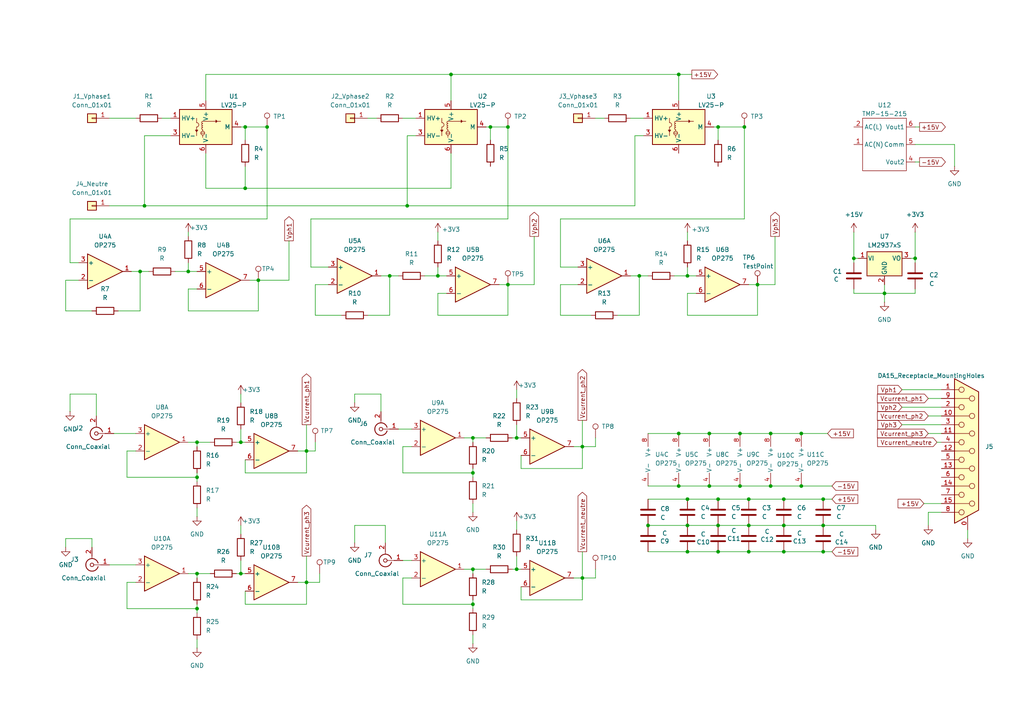
<source format=kicad_sch>
(kicad_sch (version 20231120) (generator "eeschema") (generator_version "8.0")
  (paper "A4")
  (lib_symbols
    (symbol "Amplifier_Operational:OP275" (pin_names (offset 0.127))
      (property "Reference" "U" (at 0 5.08 0))
      (property "Value" "OP275" (at 0 -5.08 0))
      (symbol "OP275_1_1"
        (pin output line (at 7.62 0 180) (length 2.54) (name "~") (number "1"))
        (pin input line (at -7.62 -2.54 0) (length 2.54) (name "-") (number "2"))
        (pin input line (at -7.62 2.54 0) (length 2.54) (name "+") (number "3"))
      )
      (symbol "OP275_2_1"
        (pin input line (at -7.62 2.54 0) (length 2.54) (name "+") (number "5"))
        (pin input line (at -7.62 -2.54 0) (length 2.54) (name "-") (number "6"))
        (pin output line (at 7.62 0 180) (length 2.54) (name "~") (number "7"))
      )
      (symbol "OP275_3_1"
        (pin power_in line (at -2.54 -7.62 90) (length 3.81) (name "V-") (number "4"))
        (pin power_in line (at -2.54 7.62 270) (length 3.81) (name "V+") (number "8"))
      )
    )
    (symbol "Connector:Conn_Coaxial" (pin_names (offset 1.016) hide)
      (property "Reference" "J" (at 0.254 3.048 0))
      (property "Value" "Conn_Coaxial" (at 2.921 0 90))
      (symbol "Conn_Coaxial_1_1"
        (pin passive line (at -5.08 0 0) (length 2.54) (name "In") (number "1"))
        (pin passive line (at 0 -5.08 90) (length 2.54) (name "Ext") (number "2"))
      )
    )
    (symbol "Connector:DA15_Receptacle_MountingHoles" (pin_names (offset 1.016) hide)
      (property "Reference" "J" (at 0 24.13 0))
      (property "Value" "DA15_Receptacle_MountingHoles" (at 0 22.225 0))
      (symbol "DA15_Receptacle_MountingHoles_1_1"
        (pin passive line (at 0 -22.86 90) (length 3.81) (name "PAD") (number "0"))
        (pin passive line (at -7.62 17.78 0) (length 3.81) (name "1") (number "1"))
        (pin passive line (at -7.62 10.16 0) (length 3.81) (name "P10") (number "10"))
        (pin passive line (at -7.62 5.08 0) (length 3.81) (name "P111") (number "11"))
        (pin passive line (at -7.62 0 0) (length 3.81) (name "P12") (number "12"))
        (pin passive line (at -7.62 -5.08 0) (length 3.81) (name "P13") (number "13"))
        (pin passive line (at -7.62 -10.16 0) (length 3.81) (name "P14") (number "14"))
        (pin passive line (at -7.62 -15.24 0) (length 3.81) (name "P15") (number "15"))
        (pin passive line (at -7.62 12.7 0) (length 3.81) (name "2") (number "2"))
        (pin passive line (at -7.62 7.62 0) (length 3.81) (name "3") (number "3"))
        (pin passive line (at -7.62 2.54 0) (length 3.81) (name "4") (number "4"))
        (pin passive line (at -7.62 -2.54 0) (length 3.81) (name "5") (number "5"))
        (pin passive line (at -7.62 -7.62 0) (length 3.81) (name "6") (number "6"))
        (pin passive line (at -7.62 -12.7 0) (length 3.81) (name "7") (number "7"))
        (pin passive line (at -7.62 -17.78 0) (length 3.81) (name "8") (number "8"))
        (pin passive line (at -7.62 15.24 0) (length 3.81) (name "P9") (number "9"))
      )
    )
    (symbol "Connector:TestPoint" (pin_numbers hide) (pin_names (offset 0.762) hide)
      (property "Reference" "TP" (at 0 6.858 0))
      (property "Value" "TestPoint" (at 0 5.08 0))
      (symbol "TestPoint_1_1"
        (pin passive line (at 0 0 90) (length 2.54) (name "1") (number "1"))
      )
    )
    (symbol "Connector_Generic:Conn_01x01" (pin_names (offset 1.016) hide)
      (property "Reference" "J" (at 0 2.54 0))
      (property "Value" "Conn_01x01" (at 0 -2.54 0))
      (symbol "Conn_01x01_1_1"
        (pin passive line (at -5.08 0 0) (length 3.81) (name "Pin_1") (number "1"))
      )
    )
    (symbol "Device:C" (pin_numbers hide) (pin_names (offset 0.254))
      (property "Reference" "C" (at 0.635 2.54 0))
      (property "Value" "C" (at 0.635 -2.54 0))
      (symbol "C_1_1"
        (pin passive line (at 0 3.81 270) (length 2.794) (name "~") (number "1"))
        (pin passive line (at 0 -3.81 90) (length 2.794) (name "~") (number "2"))
      )
    )
    (symbol "Device:R" (pin_numbers hide) (pin_names (offset 0))
      (property "Reference" "R" (at 2.032 0 90))
      (property "Value" "R" (at 0 0 90))
      (symbol "R_1_1"
        (pin passive line (at 0 3.81 270) (length 1.27) (name "~") (number "1"))
        (pin passive line (at 0 -3.81 90) (length 1.27) (name "~") (number "2"))
      )
    )
    (symbol "New_Library.kicad_Traco_sym:TMP-15-215"
      (property "Reference" "U" (at 0 0 0))
      (symbol "TMP-15-215_1_1"
        (pin input line (at -8.89 -8.89 0) (length 2.54) (name "AC(N)") (number "1"))
        (pin input line (at -8.89 -3.81 0) (length 2.54) (name "AC(L)") (number "2"))
        (pin output line (at 8.89 -13.97 180) (length 2.54) (name "Vout2") (number "4"))
        (pin output line (at 8.89 -8.89 180) (length 2.54) (name "Comm") (number "5"))
        (pin output line (at 8.89 -3.81 180) (length 2.54) (name "Vout1") (number "6"))
      )
    )
    (symbol "Regulator_Linear:LM2937xS" (pin_names (offset 0.254))
      (property "Reference" "U" (at -3.81 3.175 0))
      (property "Value" "LM2937xS" (at 0 3.175 0))
      (symbol "LM2937xS_1_1"
        (pin power_in line (at -7.62 0 0) (length 2.54) (name "VI") (number "1"))
        (pin power_in line (at 0 -7.62 90) (length 2.54) (name "GND") (number "2"))
        (pin power_out line (at 7.62 0 180) (length 2.54) (name "VO") (number "3"))
      )
    )
    (symbol "Sensor_Voltage:LV25-P"
      (property "Reference" "U" (at -6.35 6.35 0))
      (property "Value" "LV25-P" (at 5.08 6.35 0))
      (symbol "LV25-P_1_1"
        (pin input line (at -10.16 2.54 0) (length 2.54) (name "HV+") (number "1"))
        (pin input line (at -10.16 -2.54 0) (length 2.54) (name "HV-") (number "3"))
        (pin output line (at 10.16 0 180) (length 2.54) (name "M") (number "4"))
        (pin power_in line (at 0 7.62 270) (length 2.54) (name "V+") (number "5"))
        (pin power_in line (at 0 -7.62 90) (length 2.54) (name "V-") (number "6"))
      )
    )
    (symbol "power:+15V" (power) (pin_numbers hide) (pin_names (offset 0) hide)
      (property "Value" "+15V" (at 0 3.556 0))
      (symbol "+15V_1_1"
        (pin power_in line (at 0 0 90) (length 0) (name "~") (number "1"))
      )
    )
    (symbol "power:+3V3" (power) (pin_numbers hide) (pin_names (offset 0) hide)
      (property "Value" "+3V3" (at 0 3.556 0))
      (symbol "+3V3_1_1"
        (pin power_in line (at 0 0 90) (length 0) (name "~") (number "1"))
      )
    )
    (symbol "power:GND" (power) (pin_numbers hide) (pin_names (offset 0) hide)
      (property "Value" "GND" (at 0 -3.81 0))
      (symbol "GND_1_1"
        (pin power_in line (at 0 0 270) (length 0) (name "~") (number "1"))
      )
    )
  )
  (junction (at 199.39 144.78))
  (junction (at 57.15 166.37))
  (junction (at 113.03 80.01))
  (junction (at 238.76 144.78))
  (junction (at 147.32 36.83))
  (junction (at 88.9 130.81))
  (junction (at 149.86 127))
  (junction (at 205.74 125.73))
  (junction (at 208.28 160.02))
  (junction (at 54.61 78.74))
  (junction (at 199.39 160.02))
  (junction (at 69.85 128.27))
  (junction (at 118.11 59.69))
  (junction (at 137.16 175.26))
  (junction (at 223.52 125.73))
  (junction (at 41.91 59.69))
  (junction (at 223.52 140.97))
  (junction (at 187.96 152.4))
  (junction (at 217.17 152.4))
  (junction (at 137.16 137.16))
  (junction (at 168.91 129.54))
  (junction (at 40.64 78.74))
  (junction (at 238.76 160.02))
  (junction (at 71.12 36.83))
  (junction (at 208.28 152.4))
  (junction (at 227.33 152.4))
  (junction (at 238.76 152.4))
  (junction (at 247.65 74.93))
  (junction (at 57.15 128.27))
  (junction (at 232.41 125.73))
  (junction (at 196.85 140.97))
  (junction (at 208.28 36.83))
  (junction (at 168.91 167.64))
  (junction (at 214.63 125.73))
  (junction (at 227.33 160.02))
  (junction (at 69.85 166.37))
  (junction (at 196.85 125.73))
  (junction (at 217.17 144.78))
  (junction (at 71.12 54.61))
  (junction (at 205.74 140.97))
  (junction (at 127 80.01))
  (junction (at 57.15 176.53))
  (junction (at 199.39 152.4))
  (junction (at 137.16 165.1))
  (junction (at 137.16 127))
  (junction (at 199.39 80.01))
  (junction (at 232.41 140.97))
  (junction (at 214.63 140.97))
  (junction (at 74.93 81.28))
  (junction (at 77.47 36.83))
  (junction (at 185.42 80.01))
  (junction (at 130.81 21.59))
  (junction (at 215.9 36.83))
  (junction (at 147.32 82.55))
  (junction (at 256.54 85.09))
  (junction (at 227.33 144.78))
  (junction (at 88.9 168.91))
  (junction (at 219.71 82.55))
  (junction (at 57.15 138.43))
  (junction (at 142.24 36.83))
  (junction (at 208.28 144.78))
  (junction (at 265.43 74.93))
  (junction (at 196.85 21.59))
  (junction (at 217.17 160.02))
  (junction (at 149.86 165.1))
  (wire (pts (xy 83.82 69.85) (xy 83.82 81.28)))
  (wire (pts (xy 149.86 123.19) (xy 149.86 127)))
  (wire (pts (xy 151.13 135.89) (xy 168.91 135.89)))
  (wire (pts (xy 130.81 21.59) (xy 196.85 21.59)))
  (wire (pts (xy 208.28 144.78) (xy 217.17 144.78)))
  (wire (pts (xy 269.24 120.65) (xy 273.05 120.65)))
  (wire (pts (xy 137.16 137.16) (xy 137.16 135.89)))
  (wire (pts (xy 254 152.4) (xy 254 153.67)))
  (wire (pts (xy 199.39 80.01) (xy 201.93 80.01)))
  (wire (pts (xy 269.24 115.57) (xy 273.05 115.57)))
  (wire (pts (xy 88.9 123.19) (xy 88.9 130.81)))
  (wire (pts (xy 217.17 160.02) (xy 227.33 160.02)))
  (wire (pts (xy 269.24 148.59) (xy 273.05 148.59)))
  (wire (pts (xy 116.84 34.29) (xy 120.65 34.29)))
  (wire (pts (xy 57.15 138.43) (xy 57.15 137.16)))
  (wire (pts (xy 102.87 114.3) (xy 110.49 114.3)))
  (wire (pts (xy 179.07 91.44) (xy 185.42 91.44)))
  (wire (pts (xy 74.93 81.28) (xy 72.39 81.28)))
  (wire (pts (xy 71.12 175.26) (xy 88.9 175.26)))
  (wire (pts (xy 113.03 80.01) (xy 115.57 80.01)))
  (wire (pts (xy 39.37 168.91) (xy 36.83 168.91)))
  (wire (pts (xy 214.63 140.97) (xy 223.52 140.97)))
  (wire (pts (xy 19.05 156.21) (xy 26.67 156.21)))
  (wire (pts (xy 134.62 127) (xy 137.16 127)))
  (wire (pts (xy 142.24 36.83) (xy 142.24 40.64)))
  (wire (pts (xy 69.85 162.56) (xy 69.85 166.37)))
  (wire (pts (xy 91.44 128.27) (xy 91.44 130.81)))
  (wire (pts (xy 59.69 29.21) (xy 59.69 21.59)))
  (wire (pts (xy 184.15 59.69) (xy 184.15 39.37)))
  (wire (pts (xy 208.28 36.83) (xy 208.28 40.64)))
  (wire (pts (xy 264.16 74.93) (xy 265.43 74.93)))
  (wire (pts (xy 92.71 166.37) (xy 92.71 168.91)))
  (wire (pts (xy 199.39 144.78) (xy 208.28 144.78)))
  (wire (pts (xy 20.32 114.3) (xy 20.32 119.38)))
  (wire (pts (xy 113.03 91.44) (xy 113.03 80.01)))
  (wire (pts (xy 110.49 119.38) (xy 110.49 114.3)))
  (wire (pts (xy 71.12 137.16) (xy 88.9 137.16)))
  (wire (pts (xy 36.83 130.81) (xy 36.83 138.43)))
  (wire (pts (xy 168.91 167.64) (xy 166.37 167.64)))
  (wire (pts (xy 256.54 85.09) (xy 265.43 85.09)))
  (wire (pts (xy 265.43 46.99) (xy 266.7 46.99)))
  (wire (pts (xy 185.42 91.44) (xy 185.42 80.01)))
  (wire (pts (xy 54.61 76.2) (xy 54.61 78.74)))
  (wire (pts (xy 36.83 176.53) (xy 57.15 176.53)))
  (wire (pts (xy 57.15 83.82) (xy 54.61 83.82)))
  (wire (pts (xy 26.67 156.21) (xy 26.67 158.75)))
  (wire (pts (xy 41.91 59.69) (xy 118.11 59.69)))
  (wire (pts (xy 208.28 36.83) (xy 215.9 36.83)))
  (wire (pts (xy 57.15 185.42) (xy 57.15 187.96)))
  (wire (pts (xy 137.16 165.1) (xy 137.16 166.37)))
  (wire (pts (xy 20.32 63.5) (xy 77.47 63.5)))
  (wire (pts (xy 208.28 160.02) (xy 217.17 160.02)))
  (wire (pts (xy 110.49 80.01) (xy 113.03 80.01)))
  (wire (pts (xy 256.54 82.55) (xy 256.54 85.09)))
  (wire (pts (xy 205.74 125.73) (xy 214.63 125.73)))
  (wire (pts (xy 71.12 133.35) (xy 71.12 137.16)))
  (wire (pts (xy 149.86 151.13) (xy 149.86 153.67)))
  (wire (pts (xy 57.15 147.32) (xy 57.15 149.86)))
  (wire (pts (xy 90.17 77.47) (xy 90.17 63.5)))
  (wire (pts (xy 265.43 74.93) (xy 265.43 76.2)))
  (wire (pts (xy 167.64 82.55) (xy 162.56 82.55)))
  (wire (pts (xy 217.17 152.4) (xy 227.33 152.4)))
  (wire (pts (xy 247.65 67.31) (xy 247.65 74.93)))
  (wire (pts (xy 196.85 21.59) (xy 196.85 29.21)))
  (wire (pts (xy 187.96 125.73) (xy 196.85 125.73)))
  (wire (pts (xy 265.43 67.31) (xy 265.43 74.93)))
  (wire (pts (xy 90.17 77.47) (xy 95.25 77.47)))
  (wire (pts (xy 199.39 152.4) (xy 208.28 152.4)))
  (wire (pts (xy 57.15 128.27) (xy 57.15 129.54)))
  (wire (pts (xy 207.01 36.83) (xy 208.28 36.83)))
  (wire (pts (xy 261.62 113.03) (xy 273.05 113.03)))
  (wire (pts (xy 57.15 128.27) (xy 60.96 128.27)))
  (wire (pts (xy 276.86 41.91) (xy 265.43 41.91)))
  (wire (pts (xy 232.41 140.97) (xy 241.3 140.97)))
  (wire (pts (xy 162.56 91.44) (xy 162.56 82.55)))
  (wire (pts (xy 71.12 48.26) (xy 71.12 54.61)))
  (wire (pts (xy 69.85 36.83) (xy 71.12 36.83)))
  (wire (pts (xy 19.05 158.75) (xy 19.05 156.21)))
  (wire (pts (xy 111.76 152.4) (xy 111.76 157.48)))
  (wire (pts (xy 162.56 63.5) (xy 162.56 77.47)))
  (wire (pts (xy 31.75 163.83) (xy 39.37 163.83)))
  (wire (pts (xy 172.72 127) (xy 172.72 129.54)))
  (wire (pts (xy 88.9 137.16) (xy 88.9 130.81)))
  (wire (pts (xy 214.63 125.73) (xy 223.52 125.73)))
  (wire (pts (xy 123.19 80.01) (xy 127 80.01)))
  (wire (pts (xy 69.85 128.27) (xy 68.58 128.27)))
  (wire (pts (xy 215.9 36.83) (xy 215.9 63.5)))
  (wire (pts (xy 269.24 152.4) (xy 269.24 148.59)))
  (wire (pts (xy 195.58 80.01) (xy 199.39 80.01)))
  (wire (pts (xy 199.39 91.44) (xy 219.71 91.44)))
  (wire (pts (xy 116.84 137.16) (xy 137.16 137.16)))
  (wire (pts (xy 227.33 152.4) (xy 238.76 152.4)))
  (wire (pts (xy 91.44 130.81) (xy 88.9 130.81)))
  (wire (pts (xy 238.76 152.4) (xy 254 152.4)))
  (wire (pts (xy 196.85 21.59) (xy 200.66 21.59)))
  (wire (pts (xy 19.05 81.28) (xy 19.05 90.17)))
  (wire (pts (xy 19.05 90.17) (xy 26.67 90.17)))
  (wire (pts (xy 31.75 34.29) (xy 39.37 34.29)))
  (wire (pts (xy 40.64 78.74) (xy 43.18 78.74)))
  (wire (pts (xy 205.74 140.97) (xy 214.63 140.97)))
  (wire (pts (xy 149.86 161.29) (xy 149.86 165.1)))
  (wire (pts (xy 40.64 90.17) (xy 40.64 78.74)))
  (wire (pts (xy 196.85 125.73) (xy 205.74 125.73)))
  (wire (pts (xy 27.94 114.3) (xy 27.94 120.65)))
  (wire (pts (xy 261.62 118.11) (xy 273.05 118.11)))
  (wire (pts (xy 172.72 167.64) (xy 168.91 167.64)))
  (wire (pts (xy 69.85 152.4) (xy 69.85 154.94)))
  (wire (pts (xy 102.87 152.4) (xy 111.76 152.4)))
  (wire (pts (xy 71.12 54.61) (xy 130.81 54.61)))
  (wire (pts (xy 88.9 130.81) (xy 86.36 130.81)))
  (wire (pts (xy 168.91 129.54) (xy 166.37 129.54)))
  (wire (pts (xy 149.86 165.1) (xy 151.13 165.1)))
  (wire (pts (xy 116.84 167.64) (xy 116.84 175.26)))
  (wire (pts (xy 137.16 137.16) (xy 137.16 138.43)))
  (wire (pts (xy 127 77.47) (xy 127 80.01)))
  (wire (pts (xy 147.32 36.83) (xy 142.24 36.83)))
  (wire (pts (xy 227.33 144.78) (xy 238.76 144.78)))
  (wire (pts (xy 57.15 138.43) (xy 57.15 139.7)))
  (wire (pts (xy 69.85 166.37) (xy 71.12 166.37)))
  (wire (pts (xy 91.44 82.55) (xy 91.44 91.44)))
  (wire (pts (xy 134.62 165.1) (xy 137.16 165.1)))
  (wire (pts (xy 54.61 128.27) (xy 57.15 128.27)))
  (wire (pts (xy 223.52 125.73) (xy 232.41 125.73)))
  (wire (pts (xy 182.88 34.29) (xy 186.69 34.29)))
  (wire (pts (xy 227.33 160.02) (xy 238.76 160.02)))
  (wire (pts (xy 59.69 21.59) (xy 130.81 21.59)))
  (wire (pts (xy 95.25 82.55) (xy 91.44 82.55)))
  (wire (pts (xy 20.32 114.3) (xy 27.94 114.3)))
  (wire (pts (xy 69.85 166.37) (xy 68.58 166.37)))
  (wire (pts (xy 280.67 153.67) (xy 280.67 156.21)))
  (wire (pts (xy 50.8 78.74) (xy 54.61 78.74)))
  (wire (pts (xy 129.54 85.09) (xy 127 85.09)))
  (wire (pts (xy 118.11 59.69) (xy 118.11 39.37)))
  (wire (pts (xy 74.93 90.17) (xy 74.93 81.28)))
  (wire (pts (xy 199.39 77.47) (xy 199.39 80.01)))
  (wire (pts (xy 69.85 128.27) (xy 71.12 128.27)))
  (wire (pts (xy 276.86 48.26) (xy 276.86 41.91)))
  (wire (pts (xy 71.12 36.83) (xy 77.47 36.83)))
  (wire (pts (xy 119.38 129.54) (xy 116.84 129.54)))
  (wire (pts (xy 137.16 175.26) (xy 137.16 176.53)))
  (wire (pts (xy 88.9 168.91) (xy 86.36 168.91)))
  (wire (pts (xy 102.87 114.3) (xy 102.87 116.84)))
  (wire (pts (xy 147.32 91.44) (xy 147.32 82.55)))
  (wire (pts (xy 149.86 165.1) (xy 148.59 165.1)))
  (wire (pts (xy 46.99 34.29) (xy 49.53 34.29)))
  (wire (pts (xy 247.65 85.09) (xy 256.54 85.09)))
  (wire (pts (xy 36.83 138.43) (xy 57.15 138.43)))
  (wire (pts (xy 54.61 166.37) (xy 57.15 166.37)))
  (wire (pts (xy 137.16 184.15) (xy 137.16 186.69)))
  (wire (pts (xy 256.54 85.09) (xy 256.54 87.63)))
  (wire (pts (xy 137.16 127) (xy 140.97 127)))
  (wire (pts (xy 232.41 125.73) (xy 240.03 125.73)))
  (wire (pts (xy 77.47 63.5) (xy 77.47 36.83)))
  (wire (pts (xy 147.32 63.5) (xy 147.32 36.83)))
  (wire (pts (xy 151.13 170.18) (xy 151.13 173.99)))
  (wire (pts (xy 149.86 127) (xy 151.13 127)))
  (wire (pts (xy 151.13 132.08) (xy 151.13 135.89)))
  (wire (pts (xy 20.32 76.2) (xy 22.86 76.2)))
  (wire (pts (xy 162.56 77.47) (xy 167.64 77.47)))
  (wire (pts (xy 33.02 125.73) (xy 39.37 125.73)))
  (wire (pts (xy 137.16 146.05) (xy 137.16 148.59)))
  (wire (pts (xy 137.16 165.1) (xy 140.97 165.1)))
  (wire (pts (xy 90.17 63.5) (xy 147.32 63.5)))
  (wire (pts (xy 238.76 160.02) (xy 241.3 160.02)))
  (wire (pts (xy 127 85.09) (xy 127 91.44)))
  (wire (pts (xy 187.96 144.78) (xy 199.39 144.78)))
  (wire (pts (xy 69.85 124.46) (xy 69.85 128.27)))
  (wire (pts (xy 149.86 113.03) (xy 149.86 115.57)))
  (wire (pts (xy 140.97 36.83) (xy 142.24 36.83)))
  (wire (pts (xy 39.37 130.81) (xy 36.83 130.81)))
  (wire (pts (xy 36.83 168.91) (xy 36.83 176.53)))
  (wire (pts (xy 57.15 166.37) (xy 60.96 166.37)))
  (wire (pts (xy 149.86 127) (xy 148.59 127)))
  (wire (pts (xy 102.87 157.48) (xy 102.87 152.4)))
  (wire (pts (xy 54.61 83.82) (xy 54.61 90.17)))
  (wire (pts (xy 127 67.31) (xy 127 69.85)))
  (wire (pts (xy 57.15 176.53) (xy 57.15 175.26)))
  (wire (pts (xy 130.81 21.59) (xy 130.81 29.21)))
  (wire (pts (xy 265.43 85.09) (xy 265.43 83.82)))
  (wire (pts (xy 130.81 44.45) (xy 130.81 54.61)))
  (wire (pts (xy 219.71 91.44) (xy 219.71 82.55)))
  (wire (pts (xy 118.11 59.69) (xy 184.15 59.69)))
  (wire (pts (xy 59.69 54.61) (xy 71.12 54.61)))
  (wire (pts (xy 172.72 165.1) (xy 172.72 167.64)))
  (wire (pts (xy 154.94 68.58) (xy 154.94 82.55)))
  (wire (pts (xy 115.57 124.46) (xy 119.38 124.46)))
  (wire (pts (xy 261.62 123.19) (xy 273.05 123.19)))
  (wire (pts (xy 118.11 39.37) (xy 120.65 39.37)))
  (wire (pts (xy 199.39 160.02) (xy 208.28 160.02)))
  (wire (pts (xy 83.82 81.28) (xy 74.93 81.28)))
  (wire (pts (xy 168.91 160.02) (xy 168.91 167.64)))
  (wire (pts (xy 147.32 82.55) (xy 144.78 82.55)))
  (wire (pts (xy 57.15 176.53) (xy 57.15 177.8)))
  (wire (pts (xy 172.72 129.54) (xy 168.91 129.54)))
  (wire (pts (xy 185.42 80.01) (xy 187.96 80.01)))
  (wire (pts (xy 247.65 83.82) (xy 247.65 85.09)))
  (wire (pts (xy 187.96 152.4) (xy 199.39 152.4)))
  (wire (pts (xy 168.91 173.99) (xy 168.91 167.64)))
  (wire (pts (xy 162.56 91.44) (xy 171.45 91.44)))
  (wire (pts (xy 59.69 44.45) (xy 59.69 54.61)))
  (wire (pts (xy 199.39 85.09) (xy 199.39 91.44)))
  (wire (pts (xy 196.85 140.97) (xy 205.74 140.97)))
  (wire (pts (xy 137.16 127) (xy 137.16 128.27)))
  (wire (pts (xy 127 80.01) (xy 129.54 80.01)))
  (wire (pts (xy 151.13 173.99) (xy 168.91 173.99)))
  (wire (pts (xy 265.43 36.83) (xy 266.7 36.83)))
  (wire (pts (xy 219.71 82.55) (xy 217.17 82.55)))
  (wire (pts (xy 116.84 162.56) (xy 119.38 162.56)))
  (wire (pts (xy 184.15 39.37) (xy 186.69 39.37)))
  (wire (pts (xy 91.44 91.44) (xy 99.06 91.44)))
  (wire (pts (xy 224.79 82.55) (xy 219.71 82.55)))
  (wire (pts (xy 31.75 59.69) (xy 41.91 59.69)))
  (wire (pts (xy 137.16 175.26) (xy 137.16 173.99)))
  (wire (pts (xy 38.1 78.74) (xy 40.64 78.74)))
  (wire (pts (xy 199.39 67.31) (xy 199.39 69.85)))
  (wire (pts (xy 248.92 74.93) (xy 247.65 74.93)))
  (wire (pts (xy 168.91 121.92) (xy 168.91 129.54)))
  (wire (pts (xy 54.61 78.74) (xy 57.15 78.74)))
  (wire (pts (xy 238.76 144.78) (xy 241.3 144.78)))
  (wire (pts (xy 71.12 36.83) (xy 71.12 40.64)))
  (wire (pts (xy 106.68 34.29) (xy 109.22 34.29)))
  (wire (pts (xy 187.96 160.02) (xy 199.39 160.02)))
  (wire (pts (xy 92.71 168.91) (xy 88.9 168.91)))
  (wire (pts (xy 22.86 81.28) (xy 19.05 81.28)))
  (wire (pts (xy 88.9 175.26) (xy 88.9 168.91)))
  (wire (pts (xy 201.93 85.09) (xy 199.39 85.09)))
  (wire (pts (xy 271.78 128.27) (xy 273.05 128.27)))
  (wire (pts (xy 247.65 74.93) (xy 247.65 76.2)))
  (wire (pts (xy 168.91 135.89) (xy 168.91 129.54)))
  (wire (pts (xy 269.24 125.73) (xy 273.05 125.73)))
  (wire (pts (xy 20.32 63.5) (xy 20.32 76.2)))
  (wire (pts (xy 187.96 140.97) (xy 196.85 140.97)))
  (wire (pts (xy 119.38 167.64) (xy 116.84 167.64)))
  (wire (pts (xy 172.72 34.29) (xy 175.26 34.29)))
  (wire (pts (xy 69.85 114.3) (xy 69.85 116.84)))
  (wire (pts (xy 127 91.44) (xy 147.32 91.44)))
  (wire (pts (xy 88.9 161.29) (xy 88.9 168.91)))
  (wire (pts (xy 223.52 140.97) (xy 232.41 140.97)))
  (wire (pts (xy 34.29 90.17) (xy 40.64 90.17)))
  (wire (pts (xy 267.97 146.05) (xy 273.05 146.05)))
  (wire (pts (xy 154.94 82.55) (xy 147.32 82.55)))
  (wire (pts (xy 41.91 39.37) (xy 41.91 59.69)))
  (wire (pts (xy 54.61 67.31) (xy 54.61 68.58)))
  (wire (pts (xy 57.15 166.37) (xy 57.15 167.64)))
  (wire (pts (xy 116.84 129.54) (xy 116.84 137.16)))
  (wire (pts (xy 182.88 80.01) (xy 185.42 80.01)))
  (wire (pts (xy 208.28 152.4) (xy 217.17 152.4)))
  (wire (pts (xy 215.9 63.5) (xy 162.56 63.5)))
  (wire (pts (xy 71.12 171.45) (xy 71.12 175.26)))
  (wire (pts (xy 41.91 39.37) (xy 49.53 39.37)))
  (wire (pts (xy 116.84 175.26) (xy 137.16 175.26)))
  (wire (pts (xy 106.68 91.44) (xy 113.03 91.44)))
  (wire (pts (xy 217.17 144.78) (xy 227.33 144.78)))
  (wire (pts (xy 54.61 90.17) (xy 74.93 90.17)))
  (wire (pts (xy 224.79 68.58) (xy 224.79 82.55)))
  (global_label "Vcurrent_neutre" (shape output) (at 168.91 160.02 90) (property "Intersheetrefs" "${INTERSHEET_REFS}" (effects (hide yes))))
  (global_label "Vcurrent_ph2" (shape output) (at 168.91 121.92 90) (property "Intersheetrefs" "${INTERSHEET_REFS}" (effects (hide yes))))
  (global_label "+15V" (shape input) (at 240.03 125.73 0) (property "Intersheetrefs" "${INTERSHEET_REFS}" (effects (hide yes))))
  (global_label "Vcurrent_ph1" (shape input) (at 269.24 115.57 180) (property "Intersheetrefs" "${INTERSHEET_REFS}" (effects (hide yes))))
  (global_label "Vph1" (shape output) (at 83.82 69.85 90) (property "Intersheetrefs" "${INTERSHEET_REFS}" (effects (hide yes))))
  (global_label "Vph2" (shape output) (at 154.94 68.58 90) (property "Intersheetrefs" "${INTERSHEET_REFS}" (effects (hide yes))))
  (global_label "+15V" (shape output) (at 266.7 36.83 0) (property "Intersheetrefs" "${INTERSHEET_REFS}" (effects (hide yes))))
  (global_label "Vph2" (shape input) (at 261.62 118.11 180) (property "Intersheetrefs" "${INTERSHEET_REFS}" (effects (hide yes))))
  (global_label "-15V" (shape input) (at 241.3 140.97 0) (property "Intersheetrefs" "${INTERSHEET_REFS}" (effects (hide yes))))
  (global_label "-15V" (shape output) (at 266.7 46.99 0) (property "Intersheetrefs" "${INTERSHEET_REFS}" (effects (hide yes))))
  (global_label "Vcurrent_ph2" (shape input) (at 269.24 120.65 180) (property "Intersheetrefs" "${INTERSHEET_REFS}" (effects (hide yes))))
  (global_label "+15V" (shape input) (at 267.97 146.05 180) (property "Intersheetrefs" "${INTERSHEET_REFS}" (effects (hide yes))))
  (global_label "Vph3" (shape output) (at 224.79 68.58 90) (property "Intersheetrefs" "${INTERSHEET_REFS}" (effects (hide yes))))
  (global_label "Vcurrent_ph3" (shape output) (at 88.9 161.29 90) (property "Intersheetrefs" "${INTERSHEET_REFS}" (effects (hide yes))))
  (global_label "-15V" (shape input) (at 241.3 160.02 0) (property "Intersheetrefs" "${INTERSHEET_REFS}" (effects (hide yes))))
  (global_label "+15V" (shape input) (at 241.3 144.78 0) (property "Intersheetrefs" "${INTERSHEET_REFS}" (effects (hide yes))))
  (global_label "Vph3" (shape input) (at 261.62 123.19 180) (property "Intersheetrefs" "${INTERSHEET_REFS}" (effects (hide yes))))
  (global_label "Vcurrent_ph3" (shape input) (at 269.24 125.73 180) (property "Intersheetrefs" "${INTERSHEET_REFS}" (effects (hide yes))))
  (global_label "+15V" (shape output) (at 200.66 21.59 0) (property "Intersheetrefs" "${INTERSHEET_REFS}" (effects (hide yes))))
  (global_label "Vcurrent_neutre" (shape input) (at 271.78 128.27 180) (property "Intersheetrefs" "${INTERSHEET_REFS}" (effects (hide yes))))
  (global_label "Vcurrent_ph1" (shape output) (at 88.9 123.19 90) (property "Intersheetrefs" "${INTERSHEET_REFS}" (effects (hide yes))))
  (global_label "Vph1" (shape input) (at 261.62 113.03 180) (property "Intersheetrefs" "${INTERSHEET_REFS}" (effects (hide yes))))
  (symbol (lib_id "New_Library.kicad_Traco_sym:TMP-15-215") (at 256.54 33.02 0) (unit 1)
    (property "Reference" "U12" (at 256.54 30.48 0))
    (property "Value" "TMP-15-215" (at 256.54 33.02 0))
  )
  (symbol (lib_id "power:GND") (at 20.32 119.38 0) (unit 1)
    (property "Reference" "#PWR016" (effects (hide yes)))
    (property "Value" "GND" (at 20.32 124.46 0))
    (property "Description" "Power symbol creates a global label with name \"GND\" , ground" (effects (hide yes)))
  )
  (symbol (lib_id "Device:C") (at 217.17 148.59 0) (unit 1)
    (property "Reference" "C3" (at 220.98 147.3199 0) (effects (justify left)))
    (property "Value" "C" (at 220.98 149.8599 0) (effects (justify left)))
    (property "Description" "Unpolarized capacitor" (effects (hide yes)))
  )
  (symbol (lib_id "Device:R") (at 57.15 171.45 0) (unit 1)
    (property "Reference" "R24" (at 59.69 170.1799 0) (effects (justify left)))
    (property "Value" "R" (at 59.69 172.7199 0) (effects (justify left)))
    (property "Description" "Resistor" (effects (hide yes)))
  )
  (symbol (lib_id "Amplifier_Operational:OP275") (at 199.39 133.35 0) (unit 3)
    (property "Reference" "U5" (at 198.628 131.826 0) (effects (justify left)))
    (property "Value" "OP275" (at 198.628 134.366 0) (effects (justify left)))
    (property "Datasheet" "https://www.analog.com/media/en/technical-documentation/data-sheets/OP275.pdf" (effects (hide yes)))
    (property "Description" "Dual Bipolar/JFET, Audio Operational Amplifier, DIP-8/SOIC-8" (effects (hide yes)))
  )
  (symbol (lib_id "Amplifier_Operational:OP275") (at 234.95 133.35 0) (unit 3)
    (property "Reference" "U11" (at 233.934 131.826 0) (effects (justify left)))
    (property "Value" "OP275" (at 233.934 134.366 0) (effects (justify left)))
    (property "Datasheet" "https://www.analog.com/media/en/technical-documentation/data-sheets/OP275.pdf" (effects (hide yes)))
    (property "Description" "Dual Bipolar/JFET, Audio Operational Amplifier, DIP-8/SOIC-8" (effects (hide yes)))
  )
  (symbol (lib_id "power:GND") (at 19.05 158.75 0) (unit 1)
    (property "Reference" "#PWR017" (effects (hide yes)))
    (property "Value" "GND" (at 19.05 163.83 0))
    (property "Description" "Power symbol creates a global label with name \"GND\" , ground" (effects (hide yes)))
  )
  (symbol (lib_id "Connector:Conn_Coaxial") (at 26.67 163.83 180) (unit 1)
    (property "Reference" "J3" (at 22.86 162.2667 0) (effects (justify left)))
    (property "Value" "Conn_Coaxial" (at 30.734 167.64 0) (effects (justify left)))
    (property "Datasheet" " ~" (effects (hide yes)))
    (property "Description" "coaxial connector (BNC, SMA, SMB, SMC, Cinch/RCA, LEMO, ...)" (effects (hide yes)))
  )
  (symbol (lib_id "Amplifier_Operational:OP275") (at 226.06 133.35 0) (unit 3)
    (property "Reference" "U10" (at 225.298 132.08 0) (effects (justify left)))
    (property "Value" "OP275" (at 225.298 134.62 0) (effects (justify left)))
    (property "Datasheet" "https://www.analog.com/media/en/technical-documentation/data-sheets/OP275.pdf" (effects (hide yes)))
    (property "Description" "Dual Bipolar/JFET, Audio Operational Amplifier, DIP-8/SOIC-8" (effects (hide yes)))
  )
  (symbol (lib_id "Connector:TestPoint") (at 215.9 36.83 0) (unit 1)
    (property "Reference" "TP3" (at 217.678 33.782 0) (effects (justify left)))
    (property "Value" "TestPoint" (effects (hide yes)))
    (property "Description" "test point" (effects (hide yes)))
  )
  (symbol (lib_id "Connector_Generic:Conn_01x01") (at 167.64 34.29 180) (unit 1)
    (property "Reference" "J3_Vphase3" (at 167.64 27.94 0))
    (property "Value" "Conn_01x01" (at 167.64 30.48 0))
    (property "Footprint" "Connector:Banana_Cliff_FCR7350B_S16N-PC_Horizontal" (effects (hide yes)))
    (property "Description" "Generic connector, single row, 01x01, script generated (kicad-library-utils/schlib/autogen/connector/)" (effects (hide yes)))
  )
  (symbol (lib_id "Connector:Conn_Coaxial") (at 27.94 125.73 180) (unit 1)
    (property "Reference" "J2" (at 24.13 124.1667 0) (effects (justify left)))
    (property "Value" "Conn_Coaxial" (at 32.004 129.54 0) (effects (justify left)))
    (property "Datasheet" " ~" (effects (hide yes)))
    (property "Description" "coaxial connector (BNC, SMA, SMB, SMC, Cinch/RCA, LEMO, ...)" (effects (hide yes)))
  )
  (symbol (lib_id "Connector:TestPoint") (at 74.93 81.28 0) (unit 1)
    (property "Reference" "TP4" (at 75.946 77.978 0) (effects (justify left)))
    (property "Value" "TestPoint" (effects (hide yes)))
    (property "Description" "test point" (effects (hide yes)))
  )
  (symbol (lib_id "Device:R") (at 199.39 73.66 0) (unit 1)
    (property "Reference" "R15" (at 201.93 72.3899 0) (effects (justify left)))
    (property "Value" "R" (at 201.93 74.9299 0) (effects (justify left)))
    (property "Description" "Resistor" (effects (hide yes)))
  )
  (symbol (lib_id "power:+3V3") (at 54.61 67.31 0) (unit 1)
    (property "Reference" "#PWR08" (effects (hide yes)))
    (property "Value" "+3V3" (at 57.658 66.04 0))
    (property "Description" "Power symbol creates a global label with name \"+3V3\"" (effects (hide yes)))
  )
  (symbol (lib_id "Connector:Conn_Coaxial") (at 110.49 124.46 180) (unit 1)
    (property "Reference" "J6" (at 106.68 122.8967 0) (effects (justify left)))
    (property "Value" "Conn_Coaxial" (at 114.554 128.27 0) (effects (justify left)))
    (property "Datasheet" " ~" (effects (hide yes)))
    (property "Description" "coaxial connector (BNC, SMA, SMB, SMC, Cinch/RCA, LEMO, ...)" (effects (hide yes)))
  )
  (symbol (lib_id "Device:R") (at 208.28 44.45 180) (unit 1)
    (property "Reference" "R6" (at 210.82 43.1799 0) (effects (justify right)))
    (property "Value" "R" (at 210.82 45.7199 0) (effects (justify right)))
    (property "Description" "Resistor" (effects (hide yes)))
  )
  (symbol (lib_id "power:+15V") (at 247.65 67.31 0) (unit 1)
    (property "Reference" "#PWR07" (effects (hide yes)))
    (property "Value" "+15V" (at 247.65 62.23 0))
    (property "Description" "Power symbol creates a global label with name \"+15V\"" (effects (hide yes)))
  )
  (symbol (lib_id "Amplifier_Operational:OP275") (at 64.77 81.28 0) (unit 2)
    (property "Reference" "U4" (at 64.77 71.12 0))
    (property "Value" "OP275" (at 64.77 73.66 0))
    (property "Datasheet" "https://www.analog.com/media/en/technical-documentation/data-sheets/OP275.pdf" (effects (hide yes)))
    (property "Description" "Dual Bipolar/JFET, Audio Operational Amplifier, DIP-8/SOIC-8" (effects (hide yes)))
  )
  (symbol (lib_id "Device:R") (at 137.16 142.24 0) (unit 1)
    (property "Reference" "R21" (at 139.7 140.9699 0) (effects (justify left)))
    (property "Value" "R" (at 139.7 143.5099 0) (effects (justify left)))
    (property "Description" "Resistor" (effects (hide yes)))
  )
  (symbol (lib_id "Device:C") (at 265.43 80.01 0) (unit 1)
    (property "Reference" "C2" (at 269.494 79.756 0) (effects (justify left)))
    (property "Value" "C" (at 269.494 82.296 0) (effects (justify left)))
    (property "Description" "Unpolarized capacitor" (effects (hide yes)))
  )
  (symbol (lib_id "power:+3V3") (at 149.86 113.03 0) (unit 1)
    (property "Reference" "#PWR013" (effects (hide yes)))
    (property "Value" "+3V3" (at 152.908 111.76 0))
    (property "Description" "Power symbol creates a global label with name \"+3V3\"" (effects (hide yes)))
  )
  (symbol (lib_id "Device:R") (at 57.15 133.35 0) (unit 1)
    (property "Reference" "R16" (at 59.69 132.0799 0) (effects (justify left)))
    (property "Value" "R" (at 59.69 134.6199 0) (effects (justify left)))
    (property "Description" "Resistor" (effects (hide yes)))
  )
  (symbol (lib_id "power:+3V3") (at 127 67.31 0) (unit 1)
    (property "Reference" "#PWR09" (effects (hide yes)))
    (property "Value" "+3V3" (at 130.81 66.548 0))
    (property "Description" "Power symbol creates a global label with name \"+3V3\"" (effects (hide yes)))
  )
  (symbol (lib_id "power:GND") (at 102.87 157.48 0) (unit 1)
    (property "Reference" "#PWR019" (effects (hide yes)))
    (property "Value" "GND" (at 102.87 162.56 0))
    (property "Description" "Power symbol creates a global label with name \"GND\" , ground" (effects (hide yes)))
  )
  (symbol (lib_id "Amplifier_Operational:OP275") (at 30.48 78.74 0) (unit 1)
    (property "Reference" "U4" (at 30.48 68.58 0))
    (property "Value" "OP275" (at 30.48 71.12 0))
    (property "Datasheet" "https://www.analog.com/media/en/technical-documentation/data-sheets/OP275.pdf" (effects (hide yes)))
    (property "Description" "Dual Bipolar/JFET, Audio Operational Amplifier, DIP-8/SOIC-8" (effects (hide yes)))
  )
  (symbol (lib_id "Device:R") (at 144.78 127 270) (unit 1)
    (property "Reference" "R22" (at 144.78 120.65 90))
    (property "Value" "R" (at 144.78 123.19 90))
    (property "Description" "Resistor" (effects (hide yes)))
  )
  (symbol (lib_id "Device:C") (at 199.39 156.21 180) (unit 1)
    (property "Reference" "C10" (at 203.962 157.226 0))
    (property "Value" "C" (at 203.962 154.94 0))
    (property "Description" "Unpolarized capacitor" (effects (hide yes)))
  )
  (symbol (lib_id "Device:R") (at 57.15 181.61 0) (unit 1)
    (property "Reference" "R25" (at 59.69 180.3399 0) (effects (justify left)))
    (property "Value" "R" (at 59.69 182.8799 0) (effects (justify left)))
    (property "Description" "Resistor" (effects (hide yes)))
  )
  (symbol (lib_id "Amplifier_Operational:OP275") (at 217.17 133.35 0) (unit 3)
    (property "Reference" "U9" (at 216.408 131.826 0) (effects (justify left)))
    (property "Value" "OP275" (at 216.408 134.366 0) (effects (justify left)))
    (property "Datasheet" "https://www.analog.com/media/en/technical-documentation/data-sheets/OP275.pdf" (effects (hide yes)))
    (property "Description" "Dual Bipolar/JFET, Audio Operational Amplifier, DIP-8/SOIC-8" (effects (hide yes)))
  )
  (symbol (lib_id "Amplifier_Operational:OP275") (at 158.75 167.64 0) (unit 2)
    (property "Reference" "U11" (at 158.75 157.48 0))
    (property "Value" "OP275" (at 158.75 160.02 0))
    (property "Datasheet" "https://www.analog.com/media/en/technical-documentation/data-sheets/OP275.pdf" (effects (hide yes)))
    (property "Description" "Dual Bipolar/JFET, Audio Operational Amplifier, DIP-8/SOIC-8" (effects (hide yes)))
  )
  (symbol (lib_id "Device:R") (at 69.85 158.75 0) (unit 1)
    (property "Reference" "R27" (at 72.39 157.4799 0) (effects (justify left)))
    (property "Value" "R" (at 72.39 160.0199 0) (effects (justify left)))
    (property "Description" "Resistor" (effects (hide yes)))
  )
  (symbol (lib_id "Device:R") (at 137.16 132.08 0) (unit 1)
    (property "Reference" "R20" (at 139.7 130.8099 0) (effects (justify left)))
    (property "Value" "R" (at 139.7 133.3499 0) (effects (justify left)))
    (property "Description" "Resistor" (effects (hide yes)))
  )
  (symbol (lib_id "Device:R") (at 149.86 119.38 0) (unit 1)
    (property "Reference" "R23" (at 152.4 118.1099 0) (effects (justify left)))
    (property "Value" "R" (at 152.4 120.6499 0) (effects (justify left)))
    (property "Description" "Resistor" (effects (hide yes)))
  )
  (symbol (lib_id "power:+3V3") (at 69.85 114.3 0) (unit 1)
    (property "Reference" "#PWR012" (effects (hide yes)))
    (property "Value" "+3V3" (at 72.898 113.03 0))
    (property "Description" "Power symbol creates a global label with name \"+3V3\"" (effects (hide yes)))
  )
  (symbol (lib_id "power:+3V3") (at 69.85 152.4 0) (unit 1)
    (property "Reference" "#PWR011" (effects (hide yes)))
    (property "Value" "+3V3" (at 72.898 151.13 0))
    (property "Description" "Power symbol creates a global label with name \"+3V3\"" (effects (hide yes)))
  )
  (symbol (lib_id "Device:R") (at 43.18 34.29 270) (unit 1)
    (property "Reference" "R1" (at 43.18 27.94 90))
    (property "Value" "R" (at 43.18 30.48 90))
    (property "Description" "Resistor" (effects (hide yes)))
  )
  (symbol (lib_id "Amplifier_Operational:OP275") (at 209.55 82.55 0) (unit 2)
    (property "Reference" "U6" (at 209.55 72.39 0))
    (property "Value" "OP275" (at 209.55 74.93 0))
    (property "Datasheet" "https://www.analog.com/media/en/technical-documentation/data-sheets/OP275.pdf" (effects (hide yes)))
    (property "Description" "Dual Bipolar/JFET, Audio Operational Amplifier, DIP-8/SOIC-8" (effects (hide yes)))
  )
  (symbol (lib_id "Device:R") (at 64.77 166.37 270) (unit 1)
    (property "Reference" "R26" (at 64.77 160.02 90))
    (property "Value" "R" (at 64.77 162.56 90))
    (property "Description" "Resistor" (effects (hide yes)))
  )
  (symbol (lib_id "Sensor_Voltage:LV25-P") (at 130.81 36.83 0) (unit 1)
    (property "Reference" "U2" (at 139.954 27.94 0))
    (property "Value" "LV25-P" (at 139.954 30.48 0))
    (property "Footprint" "Sensor_Voltage:LEM_LV25-P" (effects (hide yes)))
    (property "Datasheet" "https://www.lem.com/sites/default/files/products_datasheets/lv_25-p.pdf" (effects (hide yes)))
    (property "Description" "LEM Voltage transducer LV 25-P" (effects (hide yes)))
  )
  (symbol (lib_id "Device:R") (at 57.15 143.51 0) (unit 1)
    (property "Reference" "R17" (at 59.69 142.2399 0) (effects (justify left)))
    (property "Value" "R" (at 59.69 144.7799 0) (effects (justify left)))
    (property "Description" "Resistor" (effects (hide yes)))
  )
  (symbol (lib_id "Device:C") (at 217.17 156.21 180) (unit 1)
    (property "Reference" "C12" (at 222.504 156.464 0))
    (property "Value" "C" (at 222.504 154.178 0))
    (property "Description" "Unpolarized capacitor" (effects (hide yes)))
  )
  (symbol (lib_id "Amplifier_Operational:OP275") (at 127 127 0) (unit 1)
    (property "Reference" "U9" (at 127 116.84 0))
    (property "Value" "OP275" (at 127 119.38 0))
    (property "Datasheet" "https://www.analog.com/media/en/technical-documentation/data-sheets/OP275.pdf" (effects (hide yes)))
    (property "Description" "Dual Bipolar/JFET, Audio Operational Amplifier, DIP-8/SOIC-8" (effects (hide yes)))
  )
  (symbol (lib_id "Device:C") (at 199.39 148.59 0) (unit 1)
    (property "Reference" "C4" (at 203.2 147.3199 0) (effects (justify left)))
    (property "Value" "C" (at 203.2 149.8599 0) (effects (justify left)))
    (property "Description" "Unpolarized capacitor" (effects (hide yes)))
  )
  (symbol (lib_id "Amplifier_Operational:OP275") (at 127 165.1 0) (unit 1)
    (property "Reference" "U11" (at 127 154.94 0))
    (property "Value" "OP275" (at 127 157.48 0))
    (property "Datasheet" "https://www.analog.com/media/en/technical-documentation/data-sheets/OP275.pdf" (effects (hide yes)))
    (property "Description" "Dual Bipolar/JFET, Audio Operational Amplifier, DIP-8/SOIC-8" (effects (hide yes)))
  )
  (symbol (lib_id "Device:C") (at 208.28 156.21 180) (unit 1)
    (property "Reference" "C11" (at 212.852 156.21 0))
    (property "Value" "C" (at 212.852 153.924 0))
    (property "Description" "Unpolarized capacitor" (effects (hide yes)))
  )
  (symbol (lib_id "Device:C") (at 227.33 156.21 180) (unit 1)
    (property "Reference" "C13" (at 231.902 156.972 0))
    (property "Value" "C" (at 231.902 154.686 0))
    (property "Description" "Unpolarized capacitor" (effects (hide yes)))
  )
  (symbol (lib_id "Amplifier_Operational:OP275") (at 102.87 80.01 0) (unit 1)
    (property "Reference" "U5" (at 102.87 69.85 0))
    (property "Value" "OP275" (at 102.87 72.39 0))
    (property "Datasheet" "https://www.analog.com/media/en/technical-documentation/data-sheets/OP275.pdf" (effects (hide yes)))
    (property "Description" "Dual Bipolar/JFET, Audio Operational Amplifier, DIP-8/SOIC-8" (effects (hide yes)))
  )
  (symbol (lib_id "power:GND") (at 137.16 148.59 0) (unit 1)
    (property "Reference" "#PWR02" (effects (hide yes)))
    (property "Value" "GND" (at 137.16 153.67 0))
    (property "Description" "Power symbol creates a global label with name \"GND\" , ground" (effects (hide yes)))
  )
  (symbol (lib_id "Device:R") (at 127 73.66 0) (unit 1)
    (property "Reference" "R12" (at 129.54 72.3899 0) (effects (justify left)))
    (property "Value" "R" (at 129.54 74.9299 0) (effects (justify left)))
    (property "Description" "Resistor" (effects (hide yes)))
  )
  (symbol (lib_id "power:GND") (at 276.86 48.26 0) (unit 1)
    (property "Reference" "#PWR020" (effects (hide yes)))
    (property "Value" "GND" (at 276.86 53.34 0))
    (property "Description" "Power symbol creates a global label with name \"GND\" , ground" (effects (hide yes)))
  )
  (symbol (lib_id "Device:R") (at 46.99 78.74 90) (unit 1)
    (property "Reference" "R9" (at 46.99 72.39 90))
    (property "Value" "R" (at 46.99 74.93 90))
    (property "Description" "Resistor" (effects (hide yes)))
  )
  (symbol (lib_id "Connector_Generic:Conn_01x01") (at 101.6 34.29 180) (unit 1)
    (property "Reference" "J2_Vphase2" (at 101.6 27.94 0))
    (property "Value" "Conn_01x01" (at 101.6 30.48 0))
    (property "Footprint" "Connector:Banana_Cliff_FCR7350B_S16N-PC_Horizontal" (effects (hide yes)))
    (property "Description" "Generic connector, single row, 01x01, script generated (kicad-library-utils/schlib/autogen/connector/)" (effects (hide yes)))
  )
  (symbol (lib_id "Regulator_Linear:LM2937xS") (at 256.54 74.93 0) (unit 1)
    (property "Reference" "U7" (at 256.54 68.58 0))
    (property "Value" "LM2937xS" (at 256.54 71.12 0))
    (property "Footprint" "Package_TO_SOT_SMD:TO-263-3_TabPin2" (effects (hide yes)))
    (property "Datasheet" "http://www.ti.com/lit/ds/symlink/lm2937.pdf" (effects (hide yes)))
    (property "Description" "500-mA Low Dropout Regulator, TO-263" (effects (hide yes)))
  )
  (symbol (lib_id "Device:C") (at 227.33 148.59 0) (unit 1)
    (property "Reference" "C6" (at 231.14 147.3199 0) (effects (justify left)))
    (property "Value" "C" (at 231.14 149.8599 0) (effects (justify left)))
    (property "Description" "Unpolarized capacitor" (effects (hide yes)))
  )
  (symbol (lib_id "Amplifier_Operational:OP275") (at 175.26 80.01 0) (unit 1)
    (property "Reference" "U6" (at 175.26 69.85 0))
    (property "Value" "OP275" (at 175.26 72.39 0))
    (property "Datasheet" "https://www.analog.com/media/en/technical-documentation/data-sheets/OP275.pdf" (effects (hide yes)))
    (property "Description" "Dual Bipolar/JFET, Audio Operational Amplifier, DIP-8/SOIC-8" (effects (hide yes)))
  )
  (symbol (lib_id "Amplifier_Operational:OP275") (at 46.99 128.27 0) (unit 1)
    (property "Reference" "U8" (at 46.99 118.11 0))
    (property "Value" "OP275" (at 46.99 120.65 0))
    (property "Datasheet" "https://www.analog.com/media/en/technical-documentation/data-sheets/OP275.pdf" (effects (hide yes)))
    (property "Description" "Dual Bipolar/JFET, Audio Operational Amplifier, DIP-8/SOIC-8" (effects (hide yes)))
  )
  (symbol (lib_id "Device:R") (at 102.87 91.44 90) (unit 1)
    (property "Reference" "R10" (at 102.87 85.09 90))
    (property "Value" "R" (at 102.87 87.63 90))
    (property "Description" "Resistor" (effects (hide yes)))
  )
  (symbol (lib_id "Device:R") (at 137.16 180.34 0) (unit 1)
    (property "Reference" "R29" (at 139.7 179.0699 0) (effects (justify left)))
    (property "Value" "R" (at 139.7 181.6099 0) (effects (justify left)))
    (property "Description" "Resistor" (effects (hide yes)))
  )
  (symbol (lib_id "Device:R") (at 54.61 72.39 0) (unit 1)
    (property "Reference" "R8" (at 57.15 71.1199 0) (effects (justify left)))
    (property "Value" "R" (at 57.15 73.6599 0) (effects (justify left)))
    (property "Description" "Resistor" (effects (hide yes)))
  )
  (symbol (lib_id "Amplifier_Operational:OP275") (at 78.74 168.91 0) (unit 2)
    (property "Reference" "U10" (at 78.74 158.75 0))
    (property "Value" "OP275" (at 78.74 161.29 0))
    (property "Datasheet" "https://www.analog.com/media/en/technical-documentation/data-sheets/OP275.pdf" (effects (hide yes)))
    (property "Description" "Dual Bipolar/JFET, Audio Operational Amplifier, DIP-8/SOIC-8" (effects (hide yes)))
  )
  (symbol (lib_id "Connector:TestPoint") (at 91.44 128.27 0) (unit 1)
    (property "Reference" "TP7" (at 92.964 124.968 0) (effects (justify left)))
    (property "Value" "TestPoint" (effects (hide yes)))
    (property "Description" "test point" (effects (hide yes)))
  )
  (symbol (lib_id "power:GND") (at 57.15 187.96 0) (unit 1)
    (property "Reference" "#PWR03" (effects (hide yes)))
    (property "Value" "GND" (at 57.15 193.04 0))
    (property "Description" "Power symbol creates a global label with name \"GND\" , ground" (effects (hide yes)))
  )
  (symbol (lib_id "power:GND") (at 269.24 152.4 0) (unit 1)
    (property "Reference" "#PWR022" (effects (hide yes)))
    (property "Value" "GND" (at 269.24 157.48 0))
    (property "Description" "Power symbol creates a global label with name \"GND\" , ground" (effects (hide yes)))
  )
  (symbol (lib_id "power:+3V3") (at 199.39 67.31 0) (unit 1)
    (property "Reference" "#PWR010" (effects (hide yes)))
    (property "Value" "+3V3" (at 203.2 66.548 0))
    (property "Description" "Power symbol creates a global label with name \"+3V3\"" (effects (hide yes)))
  )
  (symbol (lib_id "Amplifier_Operational:OP275") (at 208.28 133.35 0) (unit 3)
    (property "Reference" "U8" (at 207.518 131.826 0) (effects (justify left)))
    (property "Value" "OP275" (at 207.518 134.366 0) (effects (justify left)))
    (property "Datasheet" "https://www.analog.com/media/en/technical-documentation/data-sheets/OP275.pdf" (effects (hide yes)))
    (property "Description" "Dual Bipolar/JFET, Audio Operational Amplifier, DIP-8/SOIC-8" (effects (hide yes)))
  )
  (symbol (lib_id "Amplifier_Operational:OP275") (at 190.5 133.35 0) (unit 3)
    (property "Reference" "U4" (at 189.992 131.826 0) (effects (justify left)))
    (property "Value" "OP275" (at 189.992 134.366 0) (effects (justify left)))
    (property "Datasheet" "https://www.analog.com/media/en/technical-documentation/data-sheets/OP275.pdf" (effects (hide yes)))
    (property "Description" "Dual Bipolar/JFET, Audio Operational Amplifier, DIP-8/SOIC-8" (effects (hide yes)))
  )
  (symbol (lib_id "Device:R") (at 179.07 34.29 270) (unit 1)
    (property "Reference" "R3" (at 179.07 27.94 90))
    (property "Value" "R" (at 179.07 30.48 90))
    (property "Description" "Resistor" (effects (hide yes)))
  )
  (symbol (lib_id "Device:R") (at 175.26 91.44 90) (unit 1)
    (property "Reference" "R13" (at 175.26 85.09 90))
    (property "Value" "R" (at 175.26 87.63 90))
    (property "Description" "Resistor" (effects (hide yes)))
  )
  (symbol (lib_id "power:GND") (at 254 153.67 0) (unit 1)
    (property "Reference" "#PWR021" (effects (hide yes)))
    (property "Value" "GND" (at 254 158.75 0))
    (property "Description" "Power symbol creates a global label with name \"GND\" , ground" (effects (hide yes)))
  )
  (symbol (lib_id "Device:C") (at 187.96 148.59 0) (unit 1)
    (property "Reference" "C8" (at 191.516 147.574 0) (effects (justify left)))
    (property "Value" "C" (at 191.516 150.114 0) (effects (justify left)))
    (property "Description" "Unpolarized capacitor" (effects (hide yes)))
  )
  (symbol (lib_id "power:GND") (at 280.67 156.21 0) (unit 1)
    (property "Reference" "#PWR015" (effects (hide yes)))
    (property "Value" "GND" (at 280.67 161.29 0))
    (property "Description" "Power symbol creates a global label with name \"GND\" , ground" (effects (hide yes)))
  )
  (symbol (lib_id "Device:R") (at 113.03 34.29 270) (unit 1)
    (property "Reference" "R2" (at 113.03 27.94 90))
    (property "Value" "R" (at 113.03 30.48 90))
    (property "Description" "Resistor" (effects (hide yes)))
  )
  (symbol (lib_id "Connector:TestPoint") (at 219.71 82.55 0) (unit 1)
    (property "Reference" "TP6" (at 215.392 74.676 0) (effects (justify left)))
    (property "Value" "TestPoint" (at 215.392 77.216 0) (effects (justify left)))
    (property "Description" "test point" (effects (hide yes)))
  )
  (symbol (lib_id "Amplifier_Operational:OP275") (at 46.99 166.37 0) (unit 1)
    (property "Reference" "U10" (at 46.99 156.21 0))
    (property "Value" "OP275" (at 46.99 158.75 0))
    (property "Datasheet" "https://www.analog.com/media/en/technical-documentation/data-sheets/OP275.pdf" (effects (hide yes)))
    (property "Description" "Dual Bipolar/JFET, Audio Operational Amplifier, DIP-8/SOIC-8" (effects (hide yes)))
  )
  (symbol (lib_id "Device:C") (at 247.65 80.01 0) (unit 1)
    (property "Reference" "C1" (at 241.554 78.74 0) (effects (justify left)))
    (property "Value" "C" (at 241.808 81.0259 0) (effects (justify left)))
    (property "Description" "Unpolarized capacitor" (effects (hide yes)))
  )
  (symbol (lib_id "power:GND") (at 102.87 116.84 0) (unit 1)
    (property "Reference" "#PWR018" (effects (hide yes)))
    (property "Value" "GND" (at 102.87 121.92 0))
    (property "Description" "Power symbol creates a global label with name \"GND\" , ground" (effects (hide yes)))
  )
  (symbol (lib_id "Device:R") (at 137.16 170.18 0) (unit 1)
    (property "Reference" "R28" (at 139.7 168.9099 0) (effects (justify left)))
    (property "Value" "R" (at 139.7 171.4499 0) (effects (justify left)))
    (property "Description" "Resistor" (effects (hide yes)))
  )
  (symbol (lib_id "Device:C") (at 187.96 156.21 180) (unit 1)
    (property "Reference" "C9" (at 192.786 156.972 0))
    (property "Value" "C" (at 192.786 154.686 0))
    (property "Description" "Unpolarized capacitor" (effects (hide yes)))
  )
  (symbol (lib_id "power:+3V3") (at 265.43 67.31 0) (unit 1)
    (property "Reference" "#PWR06" (effects (hide yes)))
    (property "Value" "+3V3" (at 265.43 62.23 0))
    (property "Description" "Power symbol creates a global label with name \"+3V3\"" (effects (hide yes)))
  )
  (symbol (lib_id "Connector:TestPoint") (at 147.32 82.55 0) (unit 1)
    (property "Reference" "TP5" (at 148.336 79.502 0) (effects (justify left)))
    (property "Value" "TestPoint" (effects (hide yes)))
    (property "Description" "test point" (effects (hide yes)))
  )
  (symbol (lib_id "Device:R") (at 119.38 80.01 90) (unit 1)
    (property "Reference" "R11" (at 119.38 73.66 90))
    (property "Value" "R" (at 119.38 76.2 90))
    (property "Description" "Resistor" (effects (hide yes)))
  )
  (symbol (lib_id "Device:R") (at 64.77 128.27 270) (unit 1)
    (property "Reference" "R19" (at 64.77 121.92 90))
    (property "Value" "R" (at 64.77 124.46 90))
    (property "Description" "Resistor" (effects (hide yes)))
  )
  (symbol (lib_id "Connector:TestPoint") (at 147.32 36.83 0) (unit 1)
    (property "Reference" "TP2" (at 149.098 33.782 0) (effects (justify left)))
    (property "Value" "TestPoint" (effects (hide yes)))
    (property "Description" "test point" (effects (hide yes)))
  )
  (symbol (lib_id "Device:C") (at 208.28 148.59 0) (unit 1)
    (property "Reference" "C5" (at 212.09 147.3199 0) (effects (justify left)))
    (property "Value" "C" (at 212.09 149.8599 0) (effects (justify left)))
    (property "Description" "Unpolarized capacitor" (effects (hide yes)))
  )
  (symbol (lib_id "Connector:DA15_Receptacle_MountingHoles") (at 280.67 130.81 0) (unit 1)
    (property "Reference" "J5" (at 285.75 129.5399 0) (effects (justify left)))
    (property "Value" "DA15_Receptacle_MountingHoles" (at 254.508 108.966 0) (effects (justify left)))
    (property "Datasheet" " ~" (effects (hide yes)))
    (property "Description" "15-pin female receptacle socket D-SUB connector (low-density/2 columns), Mounting Hole" (effects (hide yes)))
  )
  (symbol (lib_id "Amplifier_Operational:OP275") (at 158.75 129.54 0) (unit 2)
    (property "Reference" "U9" (at 158.75 119.38 0))
    (property "Value" "OP275" (at 158.75 121.92 0))
    (property "Datasheet" "https://www.analog.com/media/en/technical-documentation/data-sheets/OP275.pdf" (effects (hide yes)))
    (property "Description" "Dual Bipolar/JFET, Audio Operational Amplifier, DIP-8/SOIC-8" (effects (hide yes)))
  )
  (symbol (lib_id "Connector:Conn_Coaxial") (at 111.76 162.56 180) (unit 1)
    (property "Reference" "J7" (at 107.95 160.9967 0) (effects (justify left)))
    (property "Value" "Conn_Coaxial" (at 115.824 166.37 0) (effects (justify left)))
    (property "Datasheet" " ~" (effects (hide yes)))
    (property "Description" "coaxial connector (BNC, SMA, SMB, SMC, Cinch/RCA, LEMO, ...)" (effects (hide yes)))
  )
  (symbol (lib_id "Device:R") (at 149.86 157.48 0) (unit 1)
    (property "Reference" "R31" (at 152.4 156.2099 0) (effects (justify left)))
    (property "Value" "R" (at 152.4 158.7499 0) (effects (justify left)))
    (property "Description" "Resistor" (effects (hide yes)))
  )
  (symbol (lib_id "Device:R") (at 71.12 44.45 180) (unit 1)
    (property "Reference" "R4" (at 73.66 43.1799 0) (effects (justify right)))
    (property "Value" "R" (at 73.66 45.7199 0) (effects (justify right)))
    (property "Description" "Resistor" (effects (hide yes)))
  )
  (symbol (lib_id "Connector:TestPoint") (at 172.72 165.1 0) (unit 1)
    (property "Reference" "TP10" (at 173.99 161.798 0) (effects (justify left)))
    (property "Value" "TestPoint" (effects (hide yes)))
    (property "Description" "test point" (effects (hide yes)))
  )
  (symbol (lib_id "Device:R") (at 142.24 44.45 180) (unit 1)
    (property "Reference" "R5" (at 144.78 43.1799 0) (effects (justify right)))
    (property "Value" "R" (at 144.78 45.7199 0) (effects (justify right)))
    (property "Description" "Resistor" (effects (hide yes)))
  )
  (symbol (lib_id "Connector_Generic:Conn_01x01") (at 26.67 34.29 180) (unit 1)
    (property "Reference" "J1_Vphase1" (at 26.67 27.94 0))
    (property "Value" "Conn_01x01" (at 26.67 30.48 0))
    (property "Footprint" "Connector:Banana_Cliff_FCR7350B_S16N-PC_Horizontal" (effects (hide yes)))
    (property "Description" "Generic connector, single row, 01x01, script generated (kicad-library-utils/schlib/autogen/connector/)" (effects (hide yes)))
  )
  (symbol (lib_id "Device:R") (at 69.85 120.65 0) (unit 1)
    (property "Reference" "R18" (at 72.39 119.3799 0) (effects (justify left)))
    (property "Value" "R" (at 72.39 121.9199 0) (effects (justify left)))
    (property "Description" "Resistor" (effects (hide yes)))
  )
  (symbol (lib_id "power:GND") (at 137.16 186.69 0) (unit 1)
    (property "Reference" "#PWR04" (effects (hide yes)))
    (property "Value" "GND" (at 137.16 191.77 0))
    (property "Description" "Power symbol creates a global label with name \"GND\" , ground" (effects (hide yes)))
  )
  (symbol (lib_id "Connector_Generic:Conn_01x01") (at 26.67 59.69 180) (unit 1)
    (property "Reference" "J4_Neutre" (at 26.67 53.34 0))
    (property "Value" "Conn_01x01" (at 26.67 55.88 0))
    (property "Footprint" "Connector:Banana_Cliff_FCR7350B_S16N-PC_Horizontal" (effects (hide yes)))
    (property "Description" "Generic connector, single row, 01x01, script generated (kicad-library-utils/schlib/autogen/connector/)" (effects (hide yes)))
  )
  (symbol (lib_id "Sensor_Voltage:LV25-P") (at 59.69 36.83 0) (unit 1)
    (property "Reference" "U1" (at 67.818 27.94 0))
    (property "Value" "LV25-P" (at 67.818 30.48 0))
    (property "Footprint" "Sensor_Voltage:LEM_LV25-P" (effects (hide yes)))
    (property "Datasheet" "https://www.lem.com/sites/default/files/products_datasheets/lv_25-p.pdf" (effects (hide yes)))
    (property "Description" "LEM Voltage transducer LV 25-P" (effects (hide yes)))
  )
  (symbol (lib_id "Device:C") (at 238.76 148.59 0) (unit 1)
    (property "Reference" "C7" (at 242.57 147.3199 0) (effects (justify left)))
    (property "Value" "C" (at 242.57 149.8599 0) (effects (justify left)))
    (property "Description" "Unpolarized capacitor" (effects (hide yes)))
  )
  (symbol (lib_id "Connector:TestPoint") (at 92.71 166.37 0) (unit 1)
    (property "Reference" "TP9" (at 93.726 163.068 0) (effects (justify left)))
    (property "Value" "TestPoint" (effects (hide yes)))
    (property "Description" "test point" (effects (hide yes)))
  )
  (symbol (lib_id "Amplifier_Operational:OP275") (at 137.16 82.55 0) (unit 2)
    (property "Reference" "U5" (at 137.16 72.39 0))
    (property "Value" "OP275" (at 137.16 74.93 0))
    (property "Datasheet" "https://www.analog.com/media/en/technical-documentation/data-sheets/OP275.pdf" (effects (hide yes)))
    (property "Description" "Dual Bipolar/JFET, Audio Operational Amplifier, DIP-8/SOIC-8" (effects (hide yes)))
  )
  (symbol (lib_id "power:GND") (at 57.15 149.86 0) (unit 1)
    (property "Reference" "#PWR01" (effects (hide yes)))
    (property "Value" "GND" (at 57.15 154.94 0))
    (property "Description" "Power symbol creates a global label with name \"GND\" , ground" (effects (hide yes)))
  )
  (symbol (lib_id "Sensor_Voltage:LV25-P") (at 196.85 36.83 0) (unit 1)
    (property "Reference" "U3" (at 206.248 27.94 0))
    (property "Value" "LV25-P" (at 206.248 30.48 0))
    (property "Footprint" "Sensor_Voltage:LEM_LV25-P" (effects (hide yes)))
    (property "Datasheet" "https://www.lem.com/sites/default/files/products_datasheets/lv_25-p.pdf" (effects (hide yes)))
    (property "Description" "LEM Voltage transducer LV 25-P" (effects (hide yes)))
  )
  (symbol (lib_id "Device:R") (at 144.78 165.1 270) (unit 1)
    (property "Reference" "R30" (at 144.78 158.75 90))
    (property "Value" "R" (at 144.78 161.29 90))
    (property "Description" "Resistor" (effects (hide yes)))
  )
  (symbol (lib_id "power:+3V3") (at 149.86 151.13 0) (unit 1)
    (property "Reference" "#PWR014" (effects (hide yes)))
    (property "Value" "+3V3" (at 152.908 149.86 0))
    (property "Description" "Power symbol creates a global label with name \"+3V3\"" (effects (hide yes)))
  )
  (symbol (lib_id "power:GND") (at 256.54 87.63 0) (unit 1)
    (property "Reference" "#PWR05" (effects (hide yes)))
    (property "Value" "GND" (at 256.54 92.71 0))
    (property "Description" "Power symbol creates a global label with name \"GND\" , ground" (effects (hide yes)))
  )
  (symbol (lib_id "Connector:TestPoint") (at 77.47 36.83 0) (unit 1)
    (property "Reference" "TP1" (at 79.248 33.782 0) (effects (justify left)))
    (property "Value" "TestPoint" (effects (hide yes)))
    (property "Description" "test point" (effects (hide yes)))
  )
  (symbol (lib_id "Amplifier_Operational:OP275") (at 78.74 130.81 0) (unit 2)
    (property "Reference" "U8" (at 78.74 120.65 0))
    (property "Value" "OP275" (at 78.74 123.19 0))
    (property "Datasheet" "https://www.analog.com/media/en/technical-documentation/data-sheets/OP275.pdf" (effects (hide yes)))
    (property "Description" "Dual Bipolar/JFET, Audio Operational Amplifier, DIP-8/SOIC-8" (effects (hide yes)))
  )
  (symbol (lib_id "Device:C") (at 238.76 156.21 180) (unit 1)
    (property "Reference" "C14" (at 244.094 157.226 0))
    (property "Value" "C" (at 244.094 154.94 0))
    (property "Description" "Unpolarized capacitor" (effects (hide yes)))
  )
  (symbol (lib_id "Connector:TestPoint") (at 172.72 127 0) (unit 1)
    (property "Reference" "TP8" (at 174.498 123.698 0) (effects (justify left)))
    (property "Value" "TestPoint" (effects (hide yes)))
    (property "Description" "test point" (effects (hide yes)))
  )
  (symbol (lib_id "Device:R") (at 191.77 80.01 90) (unit 1)
    (property "Reference" "R14" (at 191.77 73.66 90))
    (property "Value" "R" (at 191.77 76.2 90))
    (property "Description" "Resistor" (effects (hide yes)))
  )
  (symbol (lib_id "Device:R") (at 30.48 90.17 90) (unit 1)
    (property "Reference" "R7" (at 30.48 83.82 90))
    (property "Value" "R" (at 30.48 86.36 90))
    (property "Description" "Resistor" (effects (hide yes)))
  )
)
</source>
